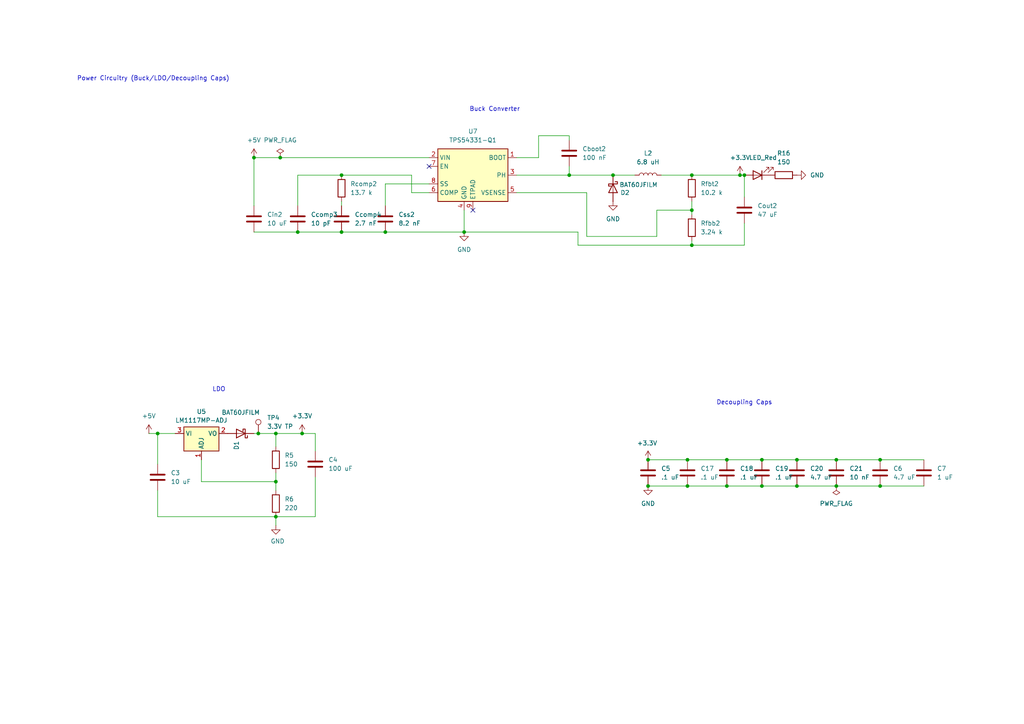
<source format=kicad_sch>
(kicad_sch (version 20231120) (generator "eeschema") (generator_version "8.0")
  (paper "A4")
  (lib_symbols
    (symbol "Connector:TestPoint" (pin_numbers hide) (pin_names (offset 0.762) hide)
      (property "Reference" "TP" (at 0 6.858 0))
      (property "Value" "TestPoint" (at 0 5.08 0))
      (symbol "TestPoint_0_1"
        (circle (center 0 3.302) (radius 0.762))
      )
      (symbol "TestPoint_1_1"
        (pin passive line (at 0 0 90) (length 2.54) (name "1") (number "1"))
      )
    )
    (symbol "Device:C" (pin_numbers hide) (pin_names (offset 0.254))
      (property "Reference" "C" (at 0.635 2.54 0))
      (property "Value" "C" (at 0.635 -2.54 0))
      (symbol "C_0_1"
        (polyline (pts (xy -2.032 -0.762) (xy 2.032 -0.762)) (stroke (width 0.508)))
        (polyline (pts (xy -2.032 0.762) (xy 2.032 0.762)) (stroke (width 0.508)))
      )
      (symbol "C_1_1"
        (pin passive line (at 0 3.81 270) (length 2.794) (name "~") (number "1"))
        (pin passive line (at 0 -3.81 90) (length 2.794) (name "~") (number "2"))
      )
    )
    (symbol "Device:D_Schottky" (pin_numbers hide) (pin_names (offset 1.016) hide)
      (property "Reference" "D" (at 0 2.54 0))
      (property "Value" "D_Schottky" (at 0 -2.54 0))
      (symbol "D_Schottky_0_1"
        (polyline (pts (xy 1.27 0) (xy -1.27 0)))
        (polyline (pts (xy 1.27 1.27) (xy 1.27 -1.27) (xy -1.27 0) (xy 1.27 1.27)) (stroke (width 0.254)))
        (polyline (pts (xy -1.905 0.635) (xy -1.905 1.27) (xy -1.27 1.27) (xy -1.27 -1.27) (xy -0.635 -1.27) (xy -0.635 -0.635)) (stroke (width 0.254)))
      )
      (symbol "D_Schottky_1_1"
        (pin passive line (at -3.81 0 0) (length 2.54) (name "K") (number "1"))
        (pin passive line (at 3.81 0 180) (length 2.54) (name "A") (number "2"))
      )
    )
    (symbol "Device:L" (pin_numbers hide) (pin_names (offset 1.016) hide)
      (property "Reference" "L" (at -1.27 0 90))
      (property "Value" "L" (at 1.905 0 90))
      (symbol "L_0_1"
        (arc (start 0 -2.54) (mid 0.6323 -1.905) (end 0 -1.27))
        (arc (start 0 -1.27) (mid 0.6323 -0.635) (end 0 0))
        (arc (start 0 0) (mid 0.6323 0.635) (end 0 1.27))
        (arc (start 0 1.27) (mid 0.6323 1.905) (end 0 2.54))
      )
      (symbol "L_1_1"
        (pin passive line (at 0 3.81 270) (length 1.27) (name "1") (number "1"))
        (pin passive line (at 0 -3.81 90) (length 1.27) (name "2") (number "2"))
      )
    )
    (symbol "Device:LED" (pin_numbers hide) (pin_names (offset 1.016) hide)
      (property "Reference" "D" (at 0 2.54 0))
      (property "Value" "LED" (at 0 -2.54 0))
      (symbol "LED_0_1"
        (polyline (pts (xy -1.27 -1.27) (xy -1.27 1.27)) (stroke (width 0.254)))
        (polyline (pts (xy -1.27 0) (xy 1.27 0)))
        (polyline (pts (xy 1.27 -1.27) (xy 1.27 1.27) (xy -1.27 0) (xy 1.27 -1.27)) (stroke (width 0.254)))
        (polyline (pts (xy -3.048 -0.762) (xy -4.572 -2.286) (xy -3.81 -2.286) (xy -4.572 -2.286) (xy -4.572 -1.524)))
        (polyline (pts (xy -1.778 -0.762) (xy -3.302 -2.286) (xy -2.54 -2.286) (xy -3.302 -2.286) (xy -3.302 -1.524)))
      )
      (symbol "LED_1_1"
        (pin passive line (at -3.81 0 0) (length 2.54) (name "K") (number "1"))
        (pin passive line (at 3.81 0 180) (length 2.54) (name "A") (number "2"))
      )
    )
    (symbol "Device:R" (pin_numbers hide) (pin_names (offset 0))
      (property "Reference" "R" (at 2.032 0 90))
      (property "Value" "R" (at 0 0 90))
      (symbol "R_0_1"
        (rectangle (start -1.016 -2.54) (end 1.016 2.54) (stroke (width 0.254)))
      )
      (symbol "R_1_1"
        (pin passive line (at 0 3.81 270) (length 1.27) (name "~") (number "1"))
        (pin passive line (at 0 -3.81 90) (length 1.27) (name "~") (number "2"))
      )
    )
    (symbol "Regulator_Linear:LM1117MP-ADJ"
      (property "Reference" "U" (at -3.81 3.175 0))
      (property "Value" "LM1117MP-ADJ" (at 0 3.175 0))
      (symbol "LM1117MP-ADJ_0_1"
        (rectangle (start -5.08 -5.08) (end 5.08 1.905) (stroke (width 0.254)) (fill (type background)))
      )
      (symbol "LM1117MP-ADJ_1_1"
        (pin input line (at 0 -7.62 90) (length 2.54) (name "ADJ") (number "1"))
        (pin power_out line (at 7.62 0 180) (length 2.54) (name "VO") (number "2"))
        (pin power_in line (at -7.62 0 0) (length 2.54) (name "VI") (number "3"))
      )
    )
    (symbol "Regulator_Switching:TPS54336ADDA"
      (property "Reference" "U" (at -8.89 8.89 0))
      (property "Value" "TPS54336ADDA" (at 3.81 8.89 0))
      (symbol "TPS54336ADDA_1_1"
        (rectangle (start -10.16 7.62) (end 10.16 -7.62) (stroke (width 0.254)) (fill (type background)))
        (pin output line (at 12.7 5.08 180) (length 2.54) (name "BOOT") (number "1"))
        (pin power_in line (at -12.7 5.08 0) (length 2.54) (name "VIN") (number "2"))
        (pin output line (at 12.7 0 180) (length 2.54) (name "PH") (number "3"))
        (pin power_in line (at -2.54 -10.16 90) (length 2.54) (name "GND") (number "4"))
        (pin input line (at 12.7 -5.08 180) (length 2.54) (name "VSENSE") (number "5"))
        (pin output line (at -12.7 -5.08 0) (length 2.54) (name "COMP") (number "6"))
        (pin input line (at -12.7 2.54 0) (length 2.54) (name "EN") (number "7"))
        (pin output line (at -12.7 -2.54 0) (length 2.54) (name "SS") (number "8"))
        (pin power_in line (at 0 -10.16 90) (length 2.54) (name "ETPAD") (number "9"))
      )
    )
    (symbol "power:+3.3V" (power) (pin_numbers hide) (pin_names (offset 0) hide)
      (property "Value" "+3.3V" (at 0 3.556 0))
      (symbol "+3.3V_0_1"
        (polyline (pts (xy -0.762 1.27) (xy 0 2.54)))
        (polyline (pts (xy 0 0) (xy 0 2.54)))
        (polyline (pts (xy 0 2.54) (xy 0.762 1.27)))
      )
      (symbol "+3.3V_1_1"
        (pin power_in line (at 0 0 90) (length 0) (name "~") (number "1"))
      )
    )
    (symbol "power:+5V" (power) (pin_numbers hide) (pin_names (offset 0) hide)
      (property "Value" "+5V" (at 0 3.556 0))
      (symbol "+5V_0_1"
        (polyline (pts (xy -0.762 1.27) (xy 0 2.54)))
        (polyline (pts (xy 0 0) (xy 0 2.54)))
        (polyline (pts (xy 0 2.54) (xy 0.762 1.27)))
      )
      (symbol "+5V_1_1"
        (pin power_in line (at 0 0 90) (length 0) (name "~") (number "1"))
      )
    )
    (symbol "power:GND" (power) (pin_numbers hide) (pin_names (offset 0) hide)
      (property "Value" "GND" (at 0 -3.81 0))
      (symbol "GND_0_1"
        (polyline (pts (xy 0 0) (xy 0 -1.27) (xy 1.27 -1.27) (xy 0 -2.54) (xy -1.27 -1.27) (xy 0 -1.27)))
      )
      (symbol "GND_1_1"
        (pin power_in line (at 0 0 270) (length 0) (name "~") (number "1"))
      )
    )
    (symbol "power:PWR_FLAG" (power) (pin_numbers hide) (pin_names (offset 0) hide)
      (property "Value" "PWR_FLAG" (at 0 3.81 0))
      (symbol "PWR_FLAG_0_0"
        (pin power_out line (at 0 0 90) (length 0) (name "~") (number "1"))
      )
      (symbol "PWR_FLAG_0_1"
        (polyline (pts (xy 0 0) (xy 0 1.27) (xy -1.016 1.905) (xy 0 2.54) (xy 1.016 1.905) (xy 0 1.27)))
      )
    )
  )
  (junction (at 220.98 133.35))
  (junction (at 187.96 133.35))
  (junction (at 187.96 140.97))
  (junction (at 242.57 133.35))
  (junction (at 220.98 140.97))
  (junction (at 81.28 45.72))
  (junction (at 80.01 139.7))
  (junction (at 111.76 67.31))
  (junction (at 80.01 125.73))
  (junction (at 199.39 133.35))
  (junction (at 200.66 71.12))
  (junction (at 45.72 125.73))
  (junction (at 199.39 140.97))
  (junction (at 99.06 67.31))
  (junction (at 255.27 133.35))
  (junction (at 134.62 67.31))
  (junction (at 210.82 133.35))
  (junction (at 165.1 50.8))
  (junction (at 73.66 45.72))
  (junction (at 177.8 50.8))
  (junction (at 87.63 125.73))
  (junction (at 231.14 133.35))
  (junction (at 242.57 140.97))
  (junction (at 200.66 50.8))
  (junction (at 80.01 149.86))
  (junction (at 214.63 50.8))
  (junction (at 255.27 140.97))
  (junction (at 210.82 140.97))
  (junction (at 215.9 50.8))
  (junction (at 86.36 67.31))
  (junction (at 99.06 50.8))
  (junction (at 74.93 125.73))
  (junction (at 231.14 140.97))
  (junction (at 200.66 60.96))
  (no_connect (at 137.16 60.96))
  (no_connect (at 124.46 48.26))
  (wire (pts (xy 190.5 60.96) (xy 200.66 60.96)))
  (wire (pts (xy 91.44 149.86) (xy 80.01 149.86)))
  (wire (pts (xy 87.63 125.73) (xy 91.44 125.73)))
  (wire (pts (xy 134.62 67.31) (xy 167.64 67.31)))
  (wire (pts (xy 86.36 67.31) (xy 99.06 67.31)))
  (wire (pts (xy 73.66 67.31) (xy 86.36 67.31)))
  (wire (pts (xy 45.72 142.24) (xy 45.72 149.86)))
  (wire (pts (xy 242.57 133.35) (xy 255.27 133.35)))
  (wire (pts (xy 99.06 58.42) (xy 99.06 59.69)))
  (wire (pts (xy 200.66 60.96) (xy 200.66 62.23)))
  (wire (pts (xy 80.01 139.7) (xy 80.01 142.24)))
  (wire (pts (xy 215.9 64.77) (xy 215.9 71.12)))
  (wire (pts (xy 149.86 55.88) (xy 170.18 55.88)))
  (wire (pts (xy 255.27 133.35) (xy 267.97 133.35)))
  (wire (pts (xy 99.06 50.8) (xy 119.38 50.8)))
  (wire (pts (xy 210.82 133.35) (xy 220.98 133.35)))
  (wire (pts (xy 99.06 67.31) (xy 111.76 67.31)))
  (wire (pts (xy 81.28 45.72) (xy 73.66 45.72)))
  (wire (pts (xy 177.8 50.8) (xy 184.15 50.8)))
  (wire (pts (xy 165.1 39.37) (xy 165.1 40.64)))
  (wire (pts (xy 58.42 139.7) (xy 80.01 139.7)))
  (wire (pts (xy 167.64 71.12) (xy 200.66 71.12)))
  (wire (pts (xy 165.1 50.8) (xy 177.8 50.8)))
  (wire (pts (xy 86.36 50.8) (xy 86.36 59.69)))
  (wire (pts (xy 134.62 60.96) (xy 134.62 67.31)))
  (wire (pts (xy 187.96 133.35) (xy 199.39 133.35)))
  (wire (pts (xy 80.01 125.73) (xy 80.01 129.54)))
  (wire (pts (xy 199.39 133.35) (xy 210.82 133.35)))
  (wire (pts (xy 73.66 125.73) (xy 74.93 125.73)))
  (wire (pts (xy 200.66 50.8) (xy 214.63 50.8)))
  (wire (pts (xy 231.14 133.35) (xy 242.57 133.35)))
  (wire (pts (xy 170.18 68.58) (xy 190.5 68.58)))
  (wire (pts (xy 214.63 50.8) (xy 215.9 50.8)))
  (wire (pts (xy 80.01 149.86) (xy 80.01 152.4)))
  (wire (pts (xy 124.46 45.72) (xy 81.28 45.72)))
  (wire (pts (xy 215.9 71.12) (xy 200.66 71.12)))
  (wire (pts (xy 200.66 71.12) (xy 200.66 69.85)))
  (wire (pts (xy 111.76 67.31) (xy 134.62 67.31)))
  (wire (pts (xy 242.57 140.97) (xy 255.27 140.97)))
  (wire (pts (xy 80.01 137.16) (xy 80.01 139.7)))
  (wire (pts (xy 74.93 125.73) (xy 80.01 125.73)))
  (wire (pts (xy 43.18 125.73) (xy 45.72 125.73)))
  (wire (pts (xy 231.14 140.97) (xy 242.57 140.97)))
  (wire (pts (xy 210.82 140.97) (xy 220.98 140.97)))
  (wire (pts (xy 149.86 45.72) (xy 156.21 45.72)))
  (wire (pts (xy 187.96 140.97) (xy 199.39 140.97)))
  (wire (pts (xy 73.66 45.72) (xy 73.66 59.69)))
  (wire (pts (xy 45.72 125.73) (xy 50.8 125.73)))
  (wire (pts (xy 119.38 50.8) (xy 119.38 55.88)))
  (wire (pts (xy 45.72 125.73) (xy 45.72 134.62)))
  (wire (pts (xy 156.21 45.72) (xy 156.21 39.37)))
  (wire (pts (xy 91.44 125.73) (xy 91.44 130.81)))
  (wire (pts (xy 119.38 55.88) (xy 124.46 55.88)))
  (wire (pts (xy 165.1 48.26) (xy 165.1 50.8)))
  (wire (pts (xy 255.27 140.97) (xy 267.97 140.97)))
  (wire (pts (xy 220.98 133.35) (xy 231.14 133.35)))
  (wire (pts (xy 200.66 58.42) (xy 200.66 60.96)))
  (wire (pts (xy 80.01 125.73) (xy 87.63 125.73)))
  (wire (pts (xy 111.76 53.34) (xy 111.76 59.69)))
  (wire (pts (xy 199.39 140.97) (xy 210.82 140.97)))
  (wire (pts (xy 167.64 67.31) (xy 167.64 71.12)))
  (wire (pts (xy 58.42 133.35) (xy 58.42 139.7)))
  (wire (pts (xy 124.46 53.34) (xy 111.76 53.34)))
  (wire (pts (xy 190.5 68.58) (xy 190.5 60.96)))
  (wire (pts (xy 220.98 140.97) (xy 231.14 140.97)))
  (wire (pts (xy 156.21 39.37) (xy 165.1 39.37)))
  (wire (pts (xy 45.72 149.86) (xy 80.01 149.86)))
  (wire (pts (xy 149.86 50.8) (xy 165.1 50.8)))
  (wire (pts (xy 191.77 50.8) (xy 200.66 50.8)))
  (wire (pts (xy 91.44 138.43) (xy 91.44 149.86)))
  (wire (pts (xy 215.9 50.8) (xy 215.9 57.15)))
  (wire (pts (xy 170.18 55.88) (xy 170.18 68.58)))
  (wire (pts (xy 99.06 50.8) (xy 86.36 50.8)))
  (text "Buck Converter\n" (at 143.51 31.75 0) (effects (font (size 1.27 1.27))))
  (text "Decoupling Caps" (at 215.9 116.84 0) (effects (font (size 1.27 1.27))))
  (text "Power Circuitry (Buck/LDO/Decoupling Caps)" (at 44.45 22.86 0) (effects (font (size 1.27 1.27))))
  (text "LDO\n" (at 63.5 113.03 0) (effects (font (size 1.27 1.27))))
  (symbol (lib_id "Device:R") (at 80.01 133.35 0) (unit 1)
    (property "Reference" "R5" (at 82.55 132.0799 0) (effects (justify left)))
    (property "Value" "150" (at 82.55 134.6199 0) (effects (justify left)))
    (property "Footprint" "Resistor_SMD:R_0805_2012Metric_Pad1.20x1.40mm_HandSolder" (effects (hide yes)))
  )
  (symbol (lib_id "Device:C") (at 220.98 137.16 0) (unit 1)
    (property "Reference" "C19" (at 224.79 135.8899 0) (effects (justify left)))
    (property "Value" ".1 uF" (at 224.79 138.4299 0) (effects (justify left)))
    (property "Footprint" "Capacitor_SMD:C_0805_2012Metric_Pad1.18x1.45mm_HandSolder" (effects (hide yes)))
    (property "Description" "Unpolarized capacitor" (effects (hide yes)))
  )
  (symbol (lib_id "Device:C") (at 165.1 44.45 0) (unit 1)
    (property "Reference" "Cboot2" (at 168.91 43.1799 0) (effects (justify left)))
    (property "Value" "100 nF" (at 168.91 45.7199 0) (effects (justify left)))
    (property "Footprint" "Capacitor_SMD:C_0805_2012Metric_Pad1.18x1.45mm_HandSolder" (effects (hide yes)))
    (property "Description" "Unpolarized capacitor" (effects (hide yes)))
  )
  (symbol (lib_id "power:GND") (at 187.96 140.97 0) (unit 1)
    (property "Reference" "#PWR063" (effects (hide yes)))
    (property "Value" "GND" (at 187.96 146.05 0))
    (property "Description" "Power symbol creates a global label with name \"GND\" , ground" (effects (hide yes)))
  )
  (symbol (lib_id "Device:C") (at 231.14 137.16 0) (unit 1)
    (property "Reference" "C20" (at 234.95 135.8899 0) (effects (justify left)))
    (property "Value" "4.7 uF" (at 234.95 138.4299 0) (effects (justify left)))
    (property "Footprint" "Capacitor_SMD:C_0805_2012Metric_Pad1.18x1.45mm_HandSolder" (effects (hide yes)))
    (property "Description" "Unpolarized capacitor" (effects (hide yes)))
  )
  (symbol (lib_id "Device:C") (at 45.72 138.43 0) (unit 1)
    (property "Reference" "C3" (at 49.53 137.1599 0) (effects (justify left)))
    (property "Value" "10 uF" (at 49.53 139.6999 0) (effects (justify left)))
    (property "Description" "Unpolarized capacitor" (effects (hide yes)))
  )
  (symbol (lib_id "Device:L") (at 187.96 50.8 90) (unit 1)
    (property "Reference" "L2" (at 187.96 44.45 90))
    (property "Value" "6.8 uH" (at 187.96 46.99 90))
    (property "Footprint" "Inductor_SMD:L_0805_2012Metric_Pad1.15x1.40mm_HandSolder" (effects (hide yes)))
  )
  (symbol (lib_id "power:+3.3V") (at 187.96 133.35 0) (unit 1)
    (property "Reference" "#PWR062" (effects (hide yes)))
    (property "Value" "+3.3V" (at 187.706 128.524 0))
    (property "Description" "Power symbol creates a global label with name \"+3.3V\"" (effects (hide yes)))
  )
  (symbol (lib_id "power:GND") (at 134.62 67.31 0) (unit 1)
    (property "Reference" "#PWR061" (effects (hide yes)))
    (property "Value" "GND" (at 134.62 72.39 0))
    (property "Description" "Power symbol creates a global label with name \"GND\" , ground" (effects (hide yes)))
  )
  (symbol (lib_id "Device:R") (at 200.66 66.04 0) (unit 1)
    (property "Reference" "Rfbb2" (at 203.2 64.7699 0) (effects (justify left)))
    (property "Value" "3.24 k" (at 203.2 67.3099 0) (effects (justify left)))
    (property "Footprint" "Resistor_SMD:R_0805_2012Metric_Pad1.20x1.40mm_HandSolder" (effects (hide yes)))
  )
  (symbol (lib_id "Device:C") (at 73.66 63.5 0) (unit 1)
    (property "Reference" "Cin2" (at 77.47 62.2299 0) (effects (justify left)))
    (property "Value" "10 uF" (at 77.47 64.7699 0) (effects (justify left)))
    (property "Footprint" "Capacitor_SMD:C_0805_2012Metric_Pad1.18x1.45mm_HandSolder" (effects (hide yes)))
    (property "Description" "Unpolarized capacitor" (effects (hide yes)))
  )
  (symbol (lib_id "Device:C") (at 111.76 63.5 0) (unit 1)
    (property "Reference" "Css2" (at 115.57 62.2299 0) (effects (justify left)))
    (property "Value" "8.2 nF" (at 115.57 64.7699 0) (effects (justify left)))
    (property "Footprint" "Capacitor_SMD:C_0805_2012Metric_Pad1.18x1.45mm_HandSolder" (effects (hide yes)))
    (property "Description" "Unpolarized capacitor" (effects (hide yes)))
  )
  (symbol (lib_id "power:+5V") (at 73.66 45.72 0) (unit 1)
    (property "Reference" "#PWR05" (effects (hide yes)))
    (property "Value" "+5V" (at 73.66 40.64 0))
    (property "Description" "Power symbol creates a global label with name \"+5V\"" (effects (hide yes)))
  )
  (symbol (lib_id "Device:C") (at 215.9 60.96 0) (unit 1)
    (property "Reference" "Cout2" (at 219.71 59.6899 0) (effects (justify left)))
    (property "Value" "47 uF" (at 219.71 62.2299 0) (effects (justify left)))
    (property "Footprint" "Capacitor_SMD:C_0805_2012Metric_Pad1.18x1.45mm_HandSolder" (effects (hide yes)))
    (property "Description" "Unpolarized capacitor" (effects (hide yes)))
  )
  (symbol (lib_id "Device:LED") (at 219.71 50.8 180) (unit 1)
    (property "Reference" "D3" (effects (hide yes)))
    (property "Value" "LED_Red" (at 221.2975 45.72 0))
    (property "Footprint" "LED_SMD:LED_0805_2012Metric_Pad1.15x1.40mm_HandSolder" (effects (hide yes)))
    (property "Description" "Light emitting diode" (effects (hide yes)))
  )
  (symbol (lib_id "power:+3.3V") (at 87.63 125.73 0) (unit 1)
    (property "Reference" "#PWR023" (effects (hide yes)))
    (property "Value" "+3.3V" (at 87.63 120.65 0))
    (property "Description" "Power symbol creates a global label with name \"+3.3V\"" (effects (hide yes)))
  )
  (symbol (lib_id "Device:C") (at 242.57 137.16 0) (unit 1)
    (property "Reference" "C21" (at 246.38 135.8899 0) (effects (justify left)))
    (property "Value" "10 nF" (at 246.38 138.4299 0) (effects (justify left)))
    (property "Footprint" "Capacitor_SMD:C_0805_2012Metric_Pad1.18x1.45mm_HandSolder" (effects (hide yes)))
    (property "Description" "Unpolarized capacitor" (effects (hide yes)))
  )
  (symbol (lib_id "Device:C") (at 91.44 134.62 0) (unit 1)
    (property "Reference" "C4" (at 95.25 133.3499 0) (effects (justify left)))
    (property "Value" "100 uF" (at 95.25 135.8899 0) (effects (justify left)))
    (property "Description" "Unpolarized capacitor" (effects (hide yes)))
  )
  (symbol (lib_id "Device:C") (at 99.06 63.5 0) (unit 1)
    (property "Reference" "Ccomp4" (at 102.87 62.2299 0) (effects (justify left)))
    (property "Value" "2.7 nF" (at 102.87 64.7699 0) (effects (justify left)))
    (property "Footprint" "Capacitor_SMD:C_0805_2012Metric_Pad1.18x1.45mm_HandSolder" (effects (hide yes)))
    (property "Description" "Unpolarized capacitor" (effects (hide yes)))
  )
  (symbol (lib_id "power:GND") (at 231.14 50.8 90) (unit 1)
    (property "Reference" "#PWR066" (effects (hide yes)))
    (property "Value" "GND" (at 234.95 50.7999 90) (effects (justify right)))
    (property "Description" "Power symbol creates a global label with name \"GND\" , ground" (effects (hide yes)))
  )
  (symbol (lib_id "Device:C") (at 267.97 137.16 0) (unit 1)
    (property "Reference" "C7" (at 271.78 135.8899 0) (effects (justify left)))
    (property "Value" "1 uF" (at 271.78 138.4299 0) (effects (justify left)))
    (property "Footprint" "Capacitor_SMD:C_0805_2012Metric_Pad1.18x1.45mm_HandSolder" (effects (hide yes)))
    (property "Description" "Unpolarized capacitor" (effects (hide yes)))
  )
  (symbol (lib_id "Device:R") (at 99.06 54.61 0) (unit 1)
    (property "Reference" "Rcomp2" (at 101.6 53.3399 0) (effects (justify left)))
    (property "Value" "13.7 k" (at 101.6 55.8799 0) (effects (justify left)))
    (property "Footprint" "Resistor_SMD:R_0805_2012Metric_Pad1.20x1.40mm_HandSolder" (effects (hide yes)))
  )
  (symbol (lib_id "Device:D_Schottky") (at 69.85 125.73 180) (unit 1)
    (property "Reference" "D1" (at 68.58 130.556 90) (effects (justify right)))
    (property "Value" "BAT60JFILM" (at 64.262 119.634 0) (effects (justify right)))
    (property "Footprint" "Diode_SMD:D_0805_2012Metric_Pad1.15x1.40mm_HandSolder" (effects (hide yes)))
    (property "Description" "Schottky diode" (effects (hide yes)))
  )
  (symbol (lib_id "Device:C") (at 187.96 137.16 0) (unit 1)
    (property "Reference" "C5" (at 191.77 135.8899 0) (effects (justify left)))
    (property "Value" ".1 uF" (at 191.77 138.4299 0) (effects (justify left)))
    (property "Footprint" "Capacitor_SMD:C_0805_2012Metric_Pad1.18x1.45mm_HandSolder" (effects (hide yes)))
    (property "Description" "Unpolarized capacitor" (effects (hide yes)))
  )
  (symbol (lib_id "Device:R") (at 227.33 50.8 90) (unit 1)
    (property "Reference" "R16" (at 227.33 44.45 90))
    (property "Value" "150" (at 227.33 46.99 90))
    (property "Footprint" "Resistor_SMD:R_0805_2012Metric_Pad1.20x1.40mm_HandSolder" (effects (hide yes)))
    (property "Description" "Resistor" (effects (hide yes)))
  )
  (symbol (lib_id "Regulator_Linear:LM1117MP-ADJ") (at 58.42 125.73 0) (unit 1)
    (property "Reference" "U5" (at 58.42 119.38 0))
    (property "Value" "LM1117MP-ADJ" (at 58.42 121.92 0))
    (property "Footprint" "Library:Project_LM1117" (effects (hide yes)))
    (property "Datasheet" "http://www.ti.com/lit/ds/symlink/lm1117.pdf" (effects (hide yes)))
    (property "Description" "800mA Low-Dropout Linear Regulator, adjustable output, SOT-223" (effects (hide yes)))
  )
  (symbol (lib_id "Device:C") (at 199.39 137.16 0) (unit 1)
    (property "Reference" "C17" (at 203.2 135.8899 0) (effects (justify left)))
    (property "Value" ".1 uF" (at 203.2 138.4299 0) (effects (justify left)))
    (property "Footprint" "Capacitor_SMD:C_0805_2012Metric_Pad1.18x1.45mm_HandSolder" (effects (hide yes)))
    (property "Description" "Unpolarized capacitor" (effects (hide yes)))
  )
  (symbol (lib_id "power:PWR_FLAG") (at 242.57 140.97 180) (unit 1)
    (property "Reference" "#FLG01" (effects (hide yes)))
    (property "Value" "PWR_FLAG" (at 242.57 146.05 0))
    (property "Description" "Special symbol for telling ERC where power comes from" (effects (hide yes)))
  )
  (symbol (lib_id "power:+3.3V") (at 214.63 50.8 0) (unit 1)
    (property "Reference" "#PWR065" (effects (hide yes)))
    (property "Value" "+3.3V" (at 214.63 45.72 0))
    (property "Description" "Power symbol creates a global label with name \"+3.3V\"" (effects (hide yes)))
  )
  (symbol (lib_id "Device:C") (at 210.82 137.16 0) (unit 1)
    (property "Reference" "C18" (at 214.63 135.8899 0) (effects (justify left)))
    (property "Value" ".1 uF" (at 214.63 138.4299 0) (effects (justify left)))
    (property "Footprint" "Capacitor_SMD:C_0805_2012Metric_Pad1.18x1.45mm_HandSolder" (effects (hide yes)))
    (property "Description" "Unpolarized capacitor" (effects (hide yes)))
  )
  (symbol (lib_id "Connector:TestPoint") (at 74.93 125.73 0) (unit 1)
    (property "Reference" "TP4" (at 77.47 121.1579 0) (effects (justify left)))
    (property "Value" "3.3V TP" (at 77.47 123.6979 0) (effects (justify left)))
    (property "Footprint" "TestPoint:TestPoint_Loop_D3.50mm_Drill1.4mm_Beaded" (effects (hide yes)))
    (property "Description" "test point" (effects (hide yes)))
  )
  (symbol (lib_id "Device:C") (at 86.36 63.5 0) (unit 1)
    (property "Reference" "Ccomp3" (at 90.17 62.2299 0) (effects (justify left)))
    (property "Value" "10 pF" (at 90.17 64.7699 0) (effects (justify left)))
    (property "Footprint" "Capacitor_SMD:C_0805_2012Metric_Pad1.18x1.45mm_HandSolder" (effects (hide yes)))
    (property "Description" "Unpolarized capacitor" (effects (hide yes)))
  )
  (symbol (lib_id "power:GND") (at 80.01 152.4 0) (unit 1)
    (property "Reference" "#PWR041" (effects (hide yes)))
    (property "Value" "GND" (at 80.518 156.972 0))
    (property "Description" "Power symbol creates a global label with name \"GND\" , ground" (effects (hide yes)))
  )
  (symbol (lib_id "Device:R") (at 80.01 146.05 0) (unit 1)
    (property "Reference" "R6" (at 82.55 144.7799 0) (effects (justify left)))
    (property "Value" "220" (at 82.55 147.3199 0) (effects (justify left)))
    (property "Footprint" "Resistor_SMD:R_0805_2012Metric_Pad1.20x1.40mm_HandSolder" (effects (hide yes)))
  )
  (symbol (lib_id "Device:C") (at 255.27 137.16 0) (unit 1)
    (property "Reference" "C6" (at 259.08 135.8899 0) (effects (justify left)))
    (property "Value" "4.7 uF" (at 259.08 138.4299 0) (effects (justify left)))
    (property "Footprint" "Capacitor_SMD:C_0805_2012Metric_Pad1.18x1.45mm_HandSolder" (effects (hide yes)))
    (property "Description" "Unpolarized capacitor" (effects (hide yes)))
  )
  (symbol (lib_id "power:GND") (at 177.8 58.42 0) (unit 1)
    (property "Reference" "#PWR064" (effects (hide yes)))
    (property "Value" "GND" (at 177.8 63.5 0))
    (property "Description" "Power symbol creates a global label with name \"GND\" , ground" (effects (hide yes)))
  )
  (symbol (lib_id "power:+5V") (at 43.18 125.73 0) (unit 1)
    (property "Reference" "#PWR012" (effects (hide yes)))
    (property "Value" "+5V" (at 43.18 120.65 0))
    (property "Description" "Power symbol creates a global label with name \"+5V\"" (effects (hide yes)))
  )
  (symbol (lib_id "Regulator_Switching:TPS54336ADDA") (at 137.16 50.8 0) (unit 1)
    (property "Reference" "U7" (at 137.16 38.1 0))
    (property "Value" "TPS54331-Q1" (at 137.16 40.64 0))
    (property "Footprint" "Library:Project_TPS" (effects (hide yes)))
    (property "Datasheet" "http://www.ti.com/lit/ds/symlink/tps54336a.pdf" (effects (hide yes)))
    (property "Description" "4.5V to 28V Input, 3A, Synchronous Step-Down Converter with Eco-mode(tm)" (effects (hide yes)))
  )
  (symbol (lib_id "power:PWR_FLAG") (at 81.28 45.72 0) (unit 1)
    (property "Reference" "#FLG02" (effects (hide yes)))
    (property "Value" "PWR_FLAG" (at 81.28 40.64 0))
    (property "Description" "Special symbol for telling ERC where power comes from" (effects (hide yes)))
  )
  (symbol (lib_id "Device:R") (at 200.66 54.61 0) (unit 1)
    (property "Reference" "Rfbt2" (at 203.2 53.3399 0) (effects (justify left)))
    (property "Value" "10.2 k" (at 203.2 55.8799 0) (effects (justify left)))
    (property "Footprint" "Resistor_SMD:R_0805_2012Metric_Pad1.20x1.40mm_HandSolder" (effects (hide yes)))
  )
  (symbol (lib_id "Device:D_Schottky") (at 177.8 54.61 270) (unit 1)
    (property "Reference" "D2" (at 182.626 55.88 90) (effects (justify right)))
    (property "Value" "BAT60JFILM" (at 190.754 53.594 90) (effects (justify right)))
    (property "Footprint" "Diode_SMD:D_0805_2012Metric_Pad1.15x1.40mm_HandSolder" (effects (hide yes)))
    (property "Description" "Schottky diode" (effects (hide yes)))
  )
)
</source>
